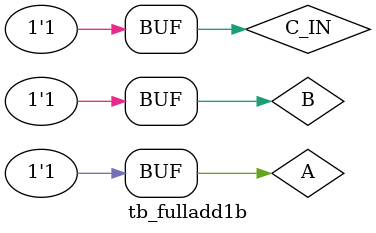
<source format=v>
module tb_fulladd1b;
wire SUM,C_OUT;
reg A,B,C_IN;

//instantiation
fulladd1b fa1(SUM,C_OUT,A,B,C_IN);

//monitoring
	
initial
	begin
		$monitor($time," A=%b B=%b C_IN=%b SUM=%b C_OUT=%b",A,B,C_IN,SUM,C_OUT);
	end

//stimulus
initial
	begin
	A=1'b0;B=1'b0;C_IN=1'b0;
	#1 A=1'b0;B=1'b0;C_IN=1'b1;
	#1 A=1'b0;B=1'b1;C_IN=1'b0;
	#1 A=1'b0;B=1'b1;C_IN=1'b1;
	#1 A=1'b1;B=1'b0;C_IN=1'b0;
	#1 A=1'b1;B=1'b0;C_IN=1'b1;
	#1 A=1'b1;B=1'b1;C_IN=1'b0;
	#1 A=1'b1;B=1'b1;C_IN=1'b1;

	end





endmodule

</source>
